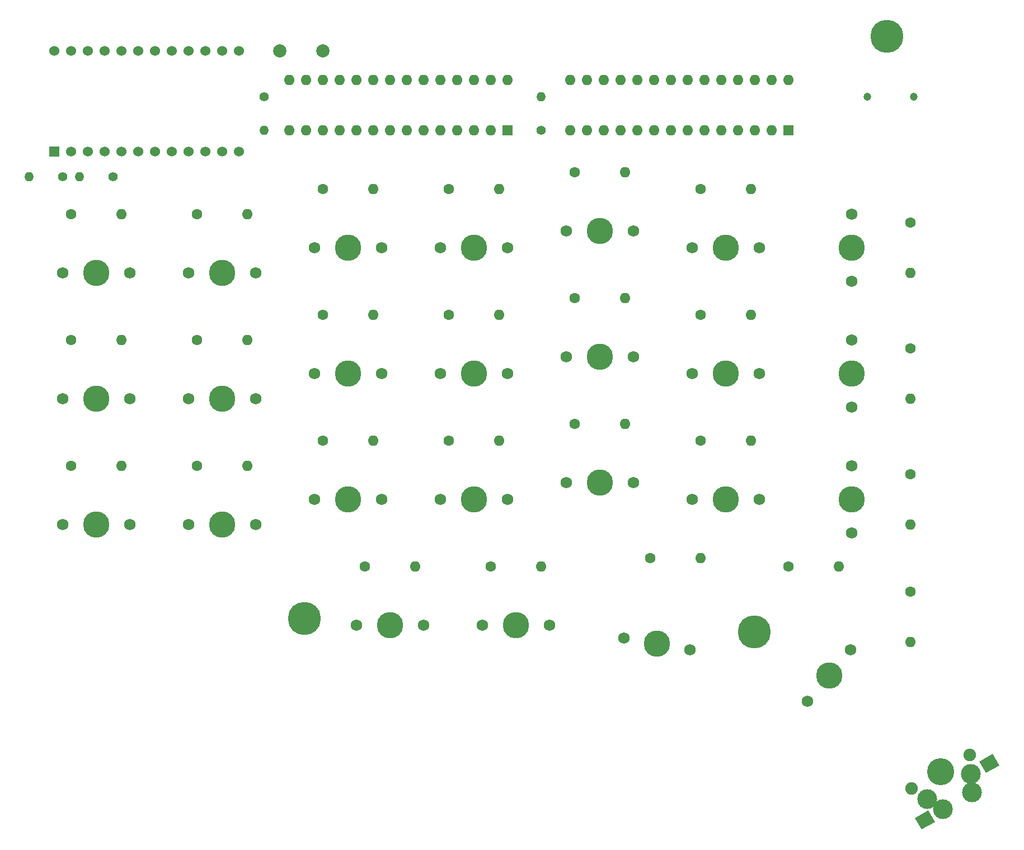
<source format=gbr>
G04 #@! TF.GenerationSoftware,KiCad,Pcbnew,(5.1.2)-1*
G04 #@! TF.CreationDate,2019-11-10T23:35:37+09:00*
G04 #@! TF.ProjectId,pcb2,70636232-2e6b-4696-9361-645f70636258,rev?*
G04 #@! TF.SameCoordinates,Original*
G04 #@! TF.FileFunction,Soldermask,Bot*
G04 #@! TF.FilePolarity,Negative*
%FSLAX46Y46*%
G04 Gerber Fmt 4.6, Leading zero omitted, Abs format (unit mm)*
G04 Created by KiCad (PCBNEW (5.1.2)-1) date 2019-11-10 23:35:37*
%MOMM*%
%LPD*%
G04 APERTURE LIST*
%ADD10C,5.000000*%
%ADD11C,1.750000*%
%ADD12C,3.987800*%
%ADD13O,1.600000X1.600000*%
%ADD14C,1.600000*%
%ADD15C,1.900000*%
%ADD16C,4.100000*%
%ADD17C,3.000000*%
%ADD18C,2.000000*%
%ADD19C,0.100000*%
%ADD20R,1.600000X1.600000*%
%ADD21C,1.524000*%
%ADD22R,1.524000X1.524000*%
%ADD23O,1.400000X1.400000*%
%ADD24C,1.400000*%
%ADD25C,1.200000*%
G04 APERTURE END LIST*
D10*
X322834000Y84074000D03*
X302768000Y-6096000D03*
X234696000Y-4064000D03*
D11*
X208280000Y10160000D03*
X198120000Y10160000D03*
D12*
X203200000Y10160000D03*
D11*
X303530000Y13970000D03*
X293370000Y13970000D03*
D12*
X298450000Y13970000D03*
D11*
X284480000Y35560000D03*
X274320000Y35560000D03*
D12*
X279400000Y35560000D03*
D13*
X226060000Y38100000D03*
D14*
X218440000Y38100000D03*
D11*
X208280000Y29210000D03*
X198120000Y29210000D03*
D12*
X203200000Y29210000D03*
D11*
X252730000Y-5080000D03*
X242570000Y-5080000D03*
D12*
X247650000Y-5080000D03*
D11*
X246380000Y13970000D03*
X236220000Y13970000D03*
D12*
X241300000Y13970000D03*
D15*
X326586115Y-29775615D03*
X335384933Y-24695615D03*
D16*
X330985524Y-27235615D03*
D17*
X335725229Y-30365024D03*
X335555081Y-27530320D03*
X331325819Y-32905024D03*
X328955967Y-31340320D03*
D18*
X328609179Y-34519665D03*
D19*
G36*
X329105108Y-33078640D02*
G01*
X330105108Y-34810690D01*
X328113250Y-35960690D01*
X327113250Y-34228640D01*
X329105108Y-33078640D01*
X329105108Y-33078640D01*
G37*
D18*
X338337702Y-25969961D03*
D19*
G36*
X338833631Y-24528936D02*
G01*
X339833631Y-26260986D01*
X337841773Y-27410986D01*
X336841773Y-25678936D01*
X338833631Y-24528936D01*
X338833631Y-24528936D01*
G37*
D11*
X317368778Y-8735597D03*
X310838056Y-16518609D03*
D12*
X314103417Y-12627103D03*
D11*
X303530000Y33020000D03*
X293370000Y33020000D03*
D12*
X298450000Y33020000D03*
D11*
X317500000Y27940000D03*
X317500000Y38100000D03*
D12*
X317500000Y33020000D03*
D11*
X227330000Y48260000D03*
X217170000Y48260000D03*
D12*
X222250000Y48260000D03*
D13*
X307975000Y77470000D03*
X274955000Y69850000D03*
X305435000Y77470000D03*
X277495000Y69850000D03*
X302895000Y77470000D03*
X280035000Y69850000D03*
X300355000Y77470000D03*
X282575000Y69850000D03*
X297815000Y77470000D03*
X285115000Y69850000D03*
X295275000Y77470000D03*
X287655000Y69850000D03*
X292735000Y77470000D03*
X290195000Y69850000D03*
X290195000Y77470000D03*
X292735000Y69850000D03*
X287655000Y77470000D03*
X295275000Y69850000D03*
X285115000Y77470000D03*
X297815000Y69850000D03*
X282575000Y77470000D03*
X300355000Y69850000D03*
X280035000Y77470000D03*
X302895000Y69850000D03*
X277495000Y77470000D03*
X305435000Y69850000D03*
X274955000Y77470000D03*
D20*
X307975000Y69850000D03*
D13*
X265430000Y77470000D03*
X232410000Y69850000D03*
X262890000Y77470000D03*
X234950000Y69850000D03*
X260350000Y77470000D03*
X237490000Y69850000D03*
X257810000Y77470000D03*
X240030000Y69850000D03*
X255270000Y77470000D03*
X242570000Y69850000D03*
X252730000Y77470000D03*
X245110000Y69850000D03*
X250190000Y77470000D03*
X247650000Y69850000D03*
X247650000Y77470000D03*
X250190000Y69850000D03*
X245110000Y77470000D03*
X252730000Y69850000D03*
X242570000Y77470000D03*
X255270000Y69850000D03*
X240030000Y77470000D03*
X257810000Y69850000D03*
X237490000Y77470000D03*
X260350000Y69850000D03*
X234950000Y77470000D03*
X262890000Y69850000D03*
X232410000Y77470000D03*
D20*
X265430000Y69850000D03*
D21*
X224790000Y81915000D03*
X222250000Y81915000D03*
X219710000Y81915000D03*
X217170000Y81915000D03*
X214630000Y81915000D03*
X212090000Y81915000D03*
X209550000Y81915000D03*
X207010000Y81915000D03*
X204470000Y81915000D03*
X201930000Y81915000D03*
X199390000Y81915000D03*
X196850000Y81915000D03*
X224790000Y66675000D03*
X222250000Y66675000D03*
X219710000Y66675000D03*
X217170000Y66675000D03*
X214630000Y66675000D03*
X212090000Y66675000D03*
X209550000Y66675000D03*
X207010000Y66675000D03*
X204470000Y66675000D03*
X201930000Y66675000D03*
X199390000Y66675000D03*
D22*
X196850000Y66675000D03*
D11*
X271780000Y-5080000D03*
X261620000Y-5080000D03*
D12*
X266700000Y-5080000D03*
D11*
X317507704Y46990000D03*
X317507704Y57150000D03*
D12*
X317507704Y52070000D03*
D11*
X284480000Y16510000D03*
X274320000Y16510000D03*
D12*
X279400000Y16510000D03*
D11*
X227330000Y10160000D03*
X217170000Y10160000D03*
D12*
X222250000Y10160000D03*
D11*
X303530000Y52070000D03*
X293370000Y52070000D03*
D12*
X298450000Y52070000D03*
D11*
X284480000Y54610000D03*
X274320000Y54610000D03*
D12*
X279400000Y54610000D03*
D11*
X265430000Y52070000D03*
X255270000Y52070000D03*
D12*
X260350000Y52070000D03*
D11*
X265430000Y33020000D03*
X255270000Y33020000D03*
D12*
X260350000Y33020000D03*
D11*
X317500000Y8890000D03*
X317500000Y19050000D03*
D12*
X317500000Y13970000D03*
D11*
X246380000Y52070000D03*
X236220000Y52070000D03*
D12*
X241300000Y52070000D03*
D11*
X246380000Y33020000D03*
X236220000Y33020000D03*
D12*
X241300000Y33020000D03*
D11*
X265430000Y13970000D03*
X255270000Y13970000D03*
D12*
X260350000Y13970000D03*
D11*
X227330000Y29210000D03*
X217170000Y29210000D03*
D12*
X222250000Y29210000D03*
D11*
X293060924Y-8735249D03*
X283055278Y-6970983D03*
D12*
X288058101Y-7853116D03*
D18*
X230990000Y81915000D03*
X237490000Y81915000D03*
D11*
X208280000Y48260000D03*
X198120000Y48260000D03*
D12*
X203200000Y48260000D03*
D23*
X270510000Y74930000D03*
D24*
X270510000Y69850000D03*
D13*
X251460000Y3810000D03*
D14*
X243840000Y3810000D03*
D13*
X326390000Y48260000D03*
D14*
X326390000Y55880000D03*
D13*
X283210000Y25400000D03*
D14*
X275590000Y25400000D03*
D13*
X207010000Y19050000D03*
D14*
X199390000Y19050000D03*
D13*
X283210000Y63500000D03*
D14*
X275590000Y63500000D03*
D13*
X283210000Y44450000D03*
D14*
X275590000Y44450000D03*
D13*
X326390000Y10160000D03*
D14*
X326390000Y17780000D03*
D13*
X245110000Y60960000D03*
D14*
X237490000Y60960000D03*
D13*
X245110000Y41910000D03*
D14*
X237490000Y41910000D03*
D13*
X294640000Y5080000D03*
D14*
X287020000Y5080000D03*
D13*
X245110000Y22860000D03*
D14*
X237490000Y22860000D03*
D23*
X228600000Y69850000D03*
D24*
X228600000Y74930000D03*
D13*
X207010000Y38100000D03*
D14*
X199390000Y38100000D03*
D13*
X207010000Y57150000D03*
D14*
X199390000Y57150000D03*
D25*
X319920000Y74930000D03*
X326920000Y74930000D03*
D13*
X270510000Y3810000D03*
D14*
X262890000Y3810000D03*
D13*
X326390000Y29210000D03*
D14*
X326390000Y36830000D03*
D13*
X302260000Y22860000D03*
D14*
X294640000Y22860000D03*
D13*
X226060000Y19050000D03*
D14*
X218440000Y19050000D03*
D13*
X302260000Y60960000D03*
D14*
X294640000Y60960000D03*
D13*
X302260000Y41910000D03*
D14*
X294640000Y41910000D03*
D13*
X326390000Y-7620000D03*
D14*
X326390000Y0D03*
D13*
X264160000Y60960000D03*
D14*
X256540000Y60960000D03*
D13*
X264160000Y41910000D03*
D14*
X256540000Y41910000D03*
D13*
X315595000Y3810000D03*
D14*
X307975000Y3810000D03*
D13*
X264160000Y22860000D03*
D14*
X256540000Y22860000D03*
D13*
X226060000Y57150000D03*
D14*
X218440000Y57150000D03*
D23*
X193040000Y62865000D03*
D24*
X198120000Y62865000D03*
D23*
X200660000Y62865000D03*
D24*
X205740000Y62865000D03*
M02*

</source>
